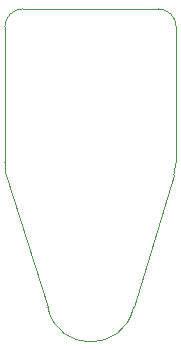
<source format=gbr>
%TF.GenerationSoftware,KiCad,Pcbnew,(6.0.11)*%
%TF.CreationDate,2023-02-05T15:16:19-06:00*%
%TF.ProjectId,Euclid Reverse Engineer,4575636c-6964-4205-9265-766572736520,rev?*%
%TF.SameCoordinates,Original*%
%TF.FileFunction,Profile,NP*%
%FSLAX46Y46*%
G04 Gerber Fmt 4.6, Leading zero omitted, Abs format (unit mm)*
G04 Created by KiCad (PCBNEW (6.0.11)) date 2023-02-05 15:16:19*
%MOMM*%
%LPD*%
G01*
G04 APERTURE LIST*
%TA.AperFunction,Profile*%
%ADD10C,0.100000*%
%TD*%
G04 APERTURE END LIST*
D10*
X157800000Y-108600000D02*
X154400000Y-119800000D01*
X157799988Y-108599996D02*
G75*
G03*
X157999999Y-107500000I-3243788J1157996D01*
G01*
X158000000Y-96060660D02*
X158000000Y-107500000D01*
X147120868Y-119800000D02*
X143600000Y-108600000D01*
X145000000Y-94560660D02*
X156500000Y-94560660D01*
X145000000Y-94560700D02*
G75*
G03*
X143500000Y-96060660I0J-1500000D01*
G01*
X158000040Y-96060660D02*
G75*
G03*
X156500000Y-94560660I-1500040J-40D01*
G01*
X143500000Y-96060660D02*
X143500000Y-107500000D01*
X143499999Y-107500000D02*
G75*
G03*
X143600000Y-108600000I11257801J468900D01*
G01*
X147120868Y-119800000D02*
G75*
G03*
X154400000Y-119800000I3639566J758012D01*
G01*
M02*

</source>
